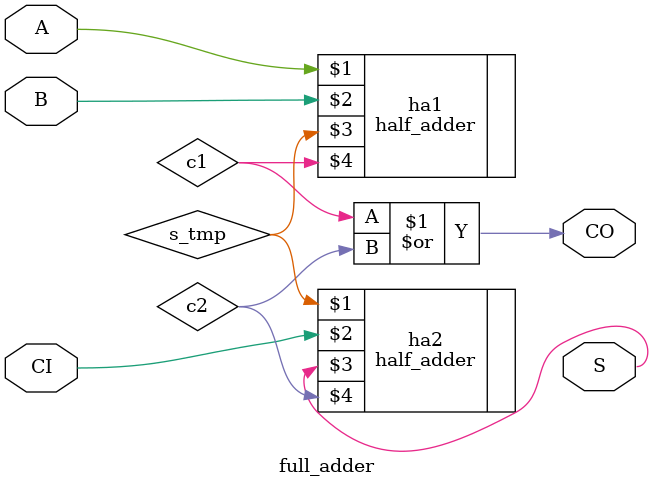
<source format=v>
module full_adder(A, B, CI, S, CO);
	input A, B, CI;
	output S, CO;
	wire s_tmp, c1, c2;

	half_adder ha1(A, B, s_tmp, c1);
	half_adder ha2(s_tmp, CI, S, c2);
	assign CO = c1 | c2;
endmodule

</source>
